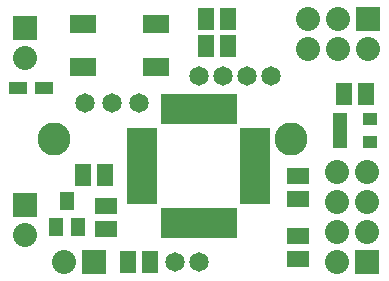
<source format=gts>
G04 (created by PCBNEW (2011-nov-30)-testing) date Sun 23 Sep 2012 15:15:45 EDT*
%MOIN*%
G04 Gerber Fmt 3.4, Leading zero omitted, Abs format*
%FSLAX34Y34*%
G01*
G70*
G90*
G04 APERTURE LIST*
%ADD10C,0.006*%
%ADD11R,0.0909X0.0633*%
%ADD12R,0.0987X0.0377*%
%ADD13R,0.0377X0.0987*%
%ADD14R,0.055X0.075*%
%ADD15R,0.075X0.055*%
%ADD16R,0.08X0.08*%
%ADD17C,0.08*%
%ADD18C,0.11*%
%ADD19C,0.065*%
%ADD20R,0.05X0.04*%
%ADD21R,0.0515X0.0594*%
%ADD22R,0.0594X0.0436*%
G04 APERTURE END LIST*
G54D10*
G54D11*
X54653Y-38481D03*
X52213Y-37063D03*
X52213Y-38481D03*
X54653Y-37063D03*
G54D12*
X54204Y-42893D03*
X54204Y-42578D03*
X54204Y-42263D03*
X54204Y-41948D03*
X54204Y-41633D03*
X54204Y-41318D03*
X54204Y-41003D03*
X54204Y-40688D03*
X57970Y-40690D03*
X57970Y-42900D03*
X57970Y-42580D03*
X57970Y-42260D03*
X57970Y-41950D03*
X57970Y-41630D03*
X57970Y-41320D03*
X57970Y-41000D03*
G54D13*
X54988Y-39900D03*
X55302Y-39900D03*
X55618Y-39900D03*
X55932Y-39900D03*
X56248Y-39900D03*
X56562Y-39900D03*
X56878Y-39900D03*
X57192Y-39900D03*
X54990Y-43680D03*
X55300Y-43680D03*
X55620Y-43680D03*
X55930Y-43680D03*
X56240Y-43680D03*
X56560Y-43680D03*
X56880Y-43680D03*
X57200Y-43680D03*
G54D14*
X52225Y-42100D03*
X52975Y-42100D03*
X56325Y-37800D03*
X57075Y-37800D03*
G54D15*
X59400Y-42875D03*
X59400Y-42125D03*
G54D16*
X61709Y-44980D03*
G54D17*
X60709Y-44980D03*
X61709Y-43980D03*
X60709Y-43980D03*
X61709Y-42980D03*
X60709Y-42980D03*
X61709Y-41980D03*
X60709Y-41980D03*
G54D16*
X61717Y-36878D03*
G54D17*
X61717Y-37878D03*
X60717Y-36878D03*
X60717Y-37878D03*
X59717Y-36878D03*
X59717Y-37878D03*
G54D16*
X50300Y-43100D03*
G54D17*
X50300Y-44100D03*
G54D16*
X52600Y-45000D03*
G54D17*
X51600Y-45000D03*
G54D18*
X59150Y-40900D03*
X51276Y-40900D03*
G54D19*
X56100Y-45000D03*
X55300Y-45000D03*
X52300Y-39700D03*
X53200Y-39700D03*
X54100Y-39700D03*
X56100Y-38800D03*
X56900Y-38800D03*
X57700Y-38800D03*
X58500Y-38800D03*
G54D20*
X60800Y-40225D03*
X60800Y-40975D03*
X61800Y-40225D03*
X60800Y-40600D03*
X61800Y-40975D03*
G54D14*
X56325Y-36900D03*
X57075Y-36900D03*
G54D15*
X53000Y-43875D03*
X53000Y-43125D03*
X59400Y-44125D03*
X59400Y-44875D03*
G54D14*
X54475Y-45000D03*
X53725Y-45000D03*
G54D16*
X50300Y-37200D03*
G54D17*
X50300Y-38200D03*
G54D21*
X51700Y-42967D03*
X52075Y-43833D03*
X51325Y-43833D03*
G54D22*
X50067Y-39200D03*
X50933Y-39200D03*
G54D14*
X60925Y-39400D03*
X61675Y-39400D03*
M02*

</source>
